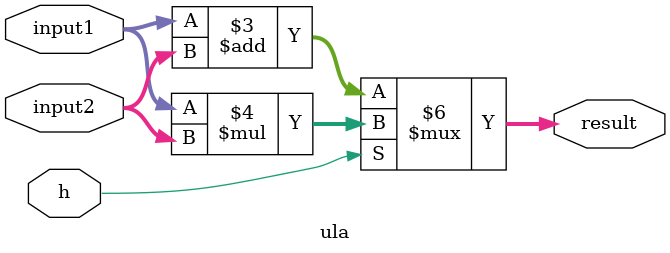
<source format=v>
module ula (result, h, input1, input2);

    input h;
    input [15:0] input1;
    input [15:0] input2;
    output [15:0] result;

    always @(h or input1 or input2) 
    begin
        if (h == 1'b0) 
            result <= input1 + input2;
        else
            result <= input1 * input2; 
    end
endmodule
</source>
